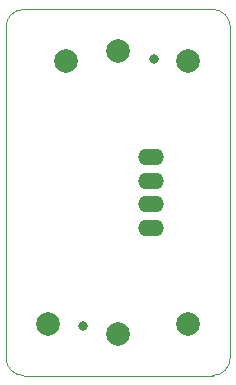
<source format=gbr>
G04 #@! TF.GenerationSoftware,KiCad,Pcbnew,5.1.9*
G04 #@! TF.CreationDate,2021-04-02T13:00:30+02:00*
G04 #@! TF.ProjectId,pressureSensorHolder,70726573-7375-4726-9553-656e736f7248,rev?*
G04 #@! TF.SameCoordinates,Original*
G04 #@! TF.FileFunction,Soldermask,Bot*
G04 #@! TF.FilePolarity,Negative*
%FSLAX46Y46*%
G04 Gerber Fmt 4.6, Leading zero omitted, Abs format (unit mm)*
G04 Created by KiCad (PCBNEW 5.1.9) date 2021-04-02 13:00:30*
%MOMM*%
%LPD*%
G01*
G04 APERTURE LIST*
G04 #@! TA.AperFunction,Profile*
%ADD10C,0.050000*%
G04 #@! TD*
%ADD11O,2.200000X1.400000*%
%ADD12C,2.000000*%
%ADD13C,0.800000*%
G04 APERTURE END LIST*
D10*
X140942200Y-99157400D02*
G75*
G02*
X139442200Y-97657400I0J1500000D01*
G01*
X139442200Y-69657400D02*
G75*
G02*
X140942200Y-68157400I1500000J0D01*
G01*
X158442200Y-97657400D02*
G75*
G02*
X156942200Y-99157400I-1500000J0D01*
G01*
X156942200Y-68157400D02*
G75*
G02*
X158442200Y-69657400I0J-1500000D01*
G01*
X158442200Y-97657400D02*
X158442200Y-69657400D01*
X140942200Y-99157400D02*
X156942200Y-99157400D01*
X139442200Y-69657400D02*
X139442200Y-97657400D01*
X156942200Y-68157400D02*
X140942200Y-68157400D01*
D11*
X151692200Y-80657400D03*
X151692200Y-82657400D03*
X151692200Y-84657400D03*
X151692200Y-86657400D03*
D12*
X154892200Y-72557400D03*
X144492200Y-72557400D03*
X142992200Y-94757400D03*
X154892200Y-94757400D03*
D13*
X151942200Y-72357400D03*
D12*
X148942200Y-71657400D03*
D13*
X145942200Y-94957400D03*
D12*
X148942200Y-95657400D03*
M02*

</source>
